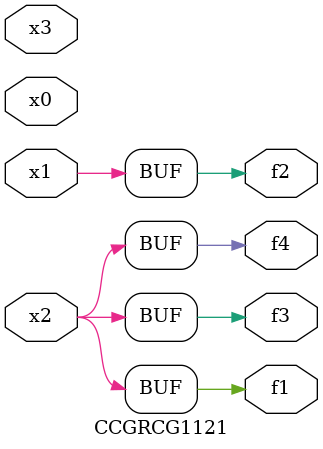
<source format=v>
module CCGRCG1121(
	input x0, x1, x2, x3,
	output f1, f2, f3, f4
);
	assign f1 = x2;
	assign f2 = x1;
	assign f3 = x2;
	assign f4 = x2;
endmodule

</source>
